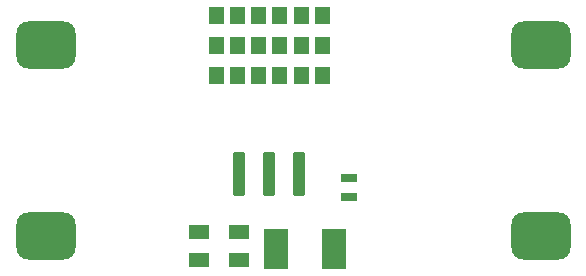
<source format=gtp>
G04*
G04 #@! TF.GenerationSoftware,Altium Limited,Altium Designer,22.9.1 (49)*
G04*
G04 Layer_Color=8421504*
%FSLAX44Y44*%
%MOMM*%
G71*
G04*
G04 #@! TF.SameCoordinates,59EC4BF1-2BCA-4342-B93F-3057B8F9A546*
G04*
G04*
G04 #@! TF.FilePolarity,Positive*
G04*
G01*
G75*
G04:AMPARAMS|DCode=14|XSize=5mm|YSize=4mm|CornerRadius=1mm|HoleSize=0mm|Usage=FLASHONLY|Rotation=0.000|XOffset=0mm|YOffset=0mm|HoleType=Round|Shape=RoundedRectangle|*
%AMROUNDEDRECTD14*
21,1,5.0000,2.0000,0,0,0.0*
21,1,3.0000,4.0000,0,0,0.0*
1,1,2.0000,1.5000,-1.0000*
1,1,2.0000,-1.5000,-1.0000*
1,1,2.0000,-1.5000,1.0000*
1,1,2.0000,1.5000,1.0000*
%
%ADD14ROUNDEDRECTD14*%
G04:AMPARAMS|DCode=15|XSize=3.79mm|YSize=0.99mm|CornerRadius=0.1238mm|HoleSize=0mm|Usage=FLASHONLY|Rotation=90.000|XOffset=0mm|YOffset=0mm|HoleType=Round|Shape=RoundedRectangle|*
%AMROUNDEDRECTD15*
21,1,3.7900,0.7425,0,0,90.0*
21,1,3.5425,0.9900,0,0,90.0*
1,1,0.2475,0.3713,1.7713*
1,1,0.2475,0.3713,-1.7713*
1,1,0.2475,-0.3713,-1.7713*
1,1,0.2475,-0.3713,1.7713*
%
%ADD15ROUNDEDRECTD15*%
%ADD16R,1.4000X0.8000*%
%ADD17R,1.8000X1.2000*%
%ADD18R,2.0700X3.5100*%
G36*
X939640Y502870D02*
X927040D01*
Y517370D01*
X939640D01*
Y502870D01*
D02*
G37*
G36*
X921640D02*
X909040D01*
Y517370D01*
X921640D01*
Y502870D01*
D02*
G37*
G36*
X903640D02*
X891040D01*
Y517370D01*
X903640D01*
Y502870D01*
D02*
G37*
G36*
X939640Y477470D02*
X927040D01*
Y491970D01*
X939640D01*
Y477470D01*
D02*
G37*
G36*
X921640D02*
X909040D01*
Y491970D01*
X921640D01*
Y477470D01*
D02*
G37*
G36*
X903640D02*
X891040D01*
Y491970D01*
X903640D01*
Y477470D01*
D02*
G37*
G36*
X939640Y452070D02*
X927040D01*
Y466570D01*
X939640D01*
Y452070D01*
D02*
G37*
G36*
X921640D02*
X909040D01*
Y466570D01*
X921640D01*
Y452070D01*
D02*
G37*
G36*
X903640D02*
X891040D01*
Y466570D01*
X903640D01*
Y452070D01*
D02*
G37*
G36*
X993640Y502870D02*
X981040D01*
Y517370D01*
X993640D01*
Y502870D01*
D02*
G37*
G36*
X975640D02*
X963040D01*
Y517370D01*
X975640D01*
Y502870D01*
D02*
G37*
G36*
X957640D02*
X945040D01*
Y517370D01*
X957640D01*
Y502870D01*
D02*
G37*
G36*
X993640Y477470D02*
X981040D01*
Y491970D01*
X993640D01*
Y477470D01*
D02*
G37*
G36*
X975640D02*
X963040D01*
Y491970D01*
X975640D01*
Y477470D01*
D02*
G37*
G36*
X957640D02*
X945040D01*
Y491970D01*
X957640D01*
Y477470D01*
D02*
G37*
G36*
X993640Y452070D02*
X981040D01*
Y466570D01*
X993640D01*
Y452070D01*
D02*
G37*
G36*
X975640D02*
X963040D01*
Y466570D01*
X975640D01*
Y452070D01*
D02*
G37*
G36*
X957640D02*
X945040D01*
Y466570D01*
X957640D01*
Y452070D01*
D02*
G37*
D14*
X1172210Y322878D02*
D03*
X753110D02*
D03*
Y485140D02*
D03*
X1172210D02*
D03*
D15*
X916940Y375920D02*
D03*
X942340D02*
D03*
X967740D02*
D03*
D16*
X1009650Y356490D02*
D03*
Y372490D02*
D03*
D17*
X916940Y302960D02*
D03*
Y326960D02*
D03*
X882650Y326960D02*
D03*
Y302960D02*
D03*
D18*
X948110Y312420D02*
D03*
X997530D02*
D03*
M02*

</source>
